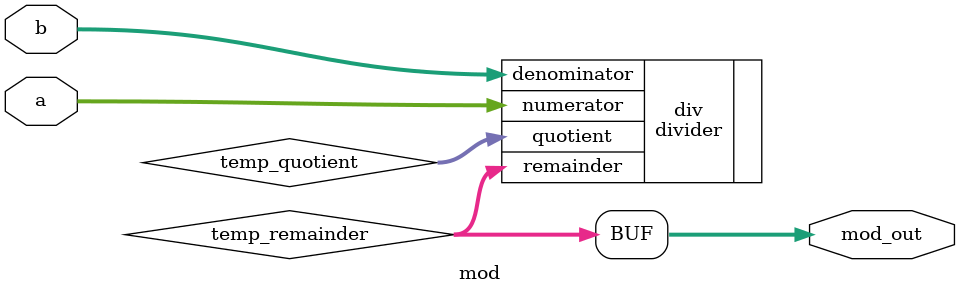
<source format=sv>
module mod #(parameter N = 4) (
    input [N-1:0] a,
    input [N-1:0] b,
    output [N-1:0] mod_out
);

wire [N-1:0] temp_quotient;
wire [N-1:0] temp_remainder;

divider #(N) div(
    .numerator(a),
    .denominator(b),
    .quotient(temp_quotient),
    .remainder(temp_remainder)
);

assign mod_out = temp_remainder;

endmodule
</source>
